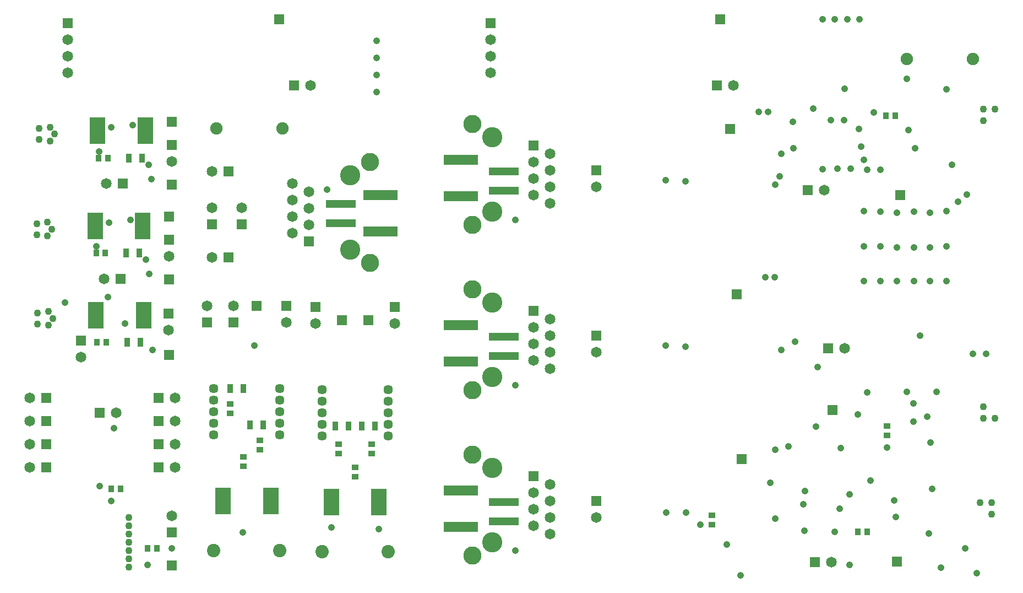
<source format=gbs>
%FSAX44Y44*%
%MOMM*%
G71*
G01*
G75*
G04 Layer_Color=16711935*
%ADD10R,2.0000X2.0000*%
%ADD11R,0.9652X0.8128*%
%ADD12R,9.8000X10.7000*%
%ADD13R,4.1000X1.1000*%
%ADD14R,0.2500X0.6000*%
%ADD15R,0.6000X0.2500*%
%ADD16R,3.1000X3.1000*%
%ADD17R,0.8000X0.8000*%
%ADD18O,0.2500X0.7000*%
%ADD19O,0.7000X0.2500*%
%ADD20R,1.5000X1.5000*%
%ADD21R,1.5000X0.2500*%
%ADD22R,0.8128X0.9652*%
%ADD23R,0.8128X0.9652*%
%ADD24R,4.0000X2.3000*%
%ADD25R,3.5560X0.6350*%
%ADD26R,2.7940X0.6350*%
%ADD27R,10.1600X10.1600*%
%ADD28R,2.8000X2.0000*%
%ADD29C,0.2032*%
%ADD30C,1.2700*%
%ADD31C,0.5080*%
%ADD32C,0.2540*%
%ADD33R,0.9652X0.8128*%
%ADD34R,2.6000X2.6000*%
%ADD35O,0.2000X0.8000*%
%ADD36O,0.8000X0.2000*%
%ADD37R,3.0000X3.0000*%
%ADD38O,2.5000X0.7000*%
%ADD39O,0.9500X0.9652*%
%ADD40C,1.7526*%
%ADD41C,0.9500*%
%ADD42C,1.5000*%
%ADD43R,1.5000X1.5000*%
%ADD44C,1.2954*%
%ADD45C,1.9050*%
%ADD46C,1.5000*%
%ADD47C,2.6500*%
%ADD48R,1.5000X1.5000*%
%ADD49C,2.9500*%
%ADD50C,0.7500*%
%ADD51C,0.8890*%
%ADD52C,1.0160*%
%ADD53R,1.6510X1.6510*%
%ADD54R,3.0480X3.0480*%
%ADD55C,1.3128*%
%ADD56C,1.9128*%
%ADD57C,1.7128*%
%ADD58C,1.4732*%
%ADD59C,2.0320*%
%ADD60C,1.7128*%
%ADD61C,2.4128*%
%ADD62C,4.0628*%
G04:AMPARAMS|DCode=63|XSize=2.678mm|YSize=2.678mm|CornerRadius=0mm|HoleSize=0mm|Usage=FLASHONLY|Rotation=0.000|XOffset=0mm|YOffset=0mm|HoleType=Round|Shape=Relief|Width=0.381mm|Gap=0.381mm|Entries=4|*
%AMTHD63*
7,0,0,2.6780,1.9160,0.3810,45*
%
%ADD63THD63*%
%ADD64C,1.1128*%
G04:AMPARAMS|DCode=65|XSize=2.1082mm|YSize=2.1082mm|CornerRadius=0mm|HoleSize=0mm|Usage=FLASHONLY|Rotation=0.000|XOffset=0mm|YOffset=0mm|HoleType=Round|Shape=Relief|Width=0.381mm|Gap=0.381mm|Entries=4|*
%AMTHD65*
7,0,0,2.1082,1.3462,0.3810,45*
%
%ADD65THD65*%
%ADD66C,1.1430*%
G04:AMPARAMS|DCode=67|XSize=2.878mm|YSize=2.878mm|CornerRadius=0mm|HoleSize=0mm|Usage=FLASHONLY|Rotation=0.000|XOffset=0mm|YOffset=0mm|HoleType=Round|Shape=Relief|Width=0.381mm|Gap=0.381mm|Entries=4|*
%AMTHD67*
7,0,0,2.8780,2.1160,0.3810,45*
%
%ADD67THD67*%
G04:AMPARAMS|DCode=68|XSize=2.278mm|YSize=2.278mm|CornerRadius=0mm|HoleSize=0mm|Usage=FLASHONLY|Rotation=0.000|XOffset=0mm|YOffset=0mm|HoleType=Round|Shape=Relief|Width=0.381mm|Gap=0.381mm|Entries=4|*
%AMTHD68*
7,0,0,2.2780,1.5160,0.3810,45*
%
%ADD68THD68*%
G04:AMPARAMS|DCode=69|XSize=2.4384mm|YSize=2.4384mm|CornerRadius=0mm|HoleSize=0mm|Usage=FLASHONLY|Rotation=0.000|XOffset=0mm|YOffset=0mm|HoleType=Round|Shape=Relief|Width=0.381mm|Gap=0.381mm|Entries=4|*
%AMTHD69*
7,0,0,2.4384,1.6764,0.3810,45*
%
%ADD69THD69*%
G04:AMPARAMS|DCode=70|XSize=2.9972mm|YSize=2.9972mm|CornerRadius=0mm|HoleSize=0mm|Usage=FLASHONLY|Rotation=0.000|XOffset=0mm|YOffset=0mm|HoleType=Round|Shape=Relief|Width=0.381mm|Gap=0.381mm|Entries=4|*
%AMTHD70*
7,0,0,2.9972,2.2352,0.3810,45*
%
%ADD70THD70*%
%ADD71R,2.3000X4.0000*%
%ADD72R,0.8128X1.2700*%
%ADD73R,5.1000X1.5000*%
%ADD74R,4.5000X1.0000*%
%ADD75C,0.2500*%
%ADD76C,0.2000*%
%ADD77C,0.1270*%
%ADD78C,0.1524*%
%ADD79R,9.0000X10.9000*%
%ADD80R,0.4000X3.3000*%
%ADD81R,3.3000X0.4000*%
%ADD82R,3.3000X0.3500*%
%ADD83R,0.3500X3.3000*%
%ADD84R,1.0000X0.2000*%
%ADD85R,0.2000X1.0000*%
%ADD86R,1.7000X0.1750*%
%ADD87R,0.1750X1.7000*%
%ADD88R,1.7000X0.1500*%
%ADD89R,0.1500X1.7000*%
%ADD90R,2.8000X0.6000*%
%ADD91R,0.6000X2.8000*%
%ADD92R,2.8000X0.4000*%
%ADD93R,0.4000X2.8000*%
%ADD94R,0.4000X3.2000*%
%ADD95R,3.2000X0.4000*%
%ADD96R,3.2000X0.3000*%
%ADD97R,0.3000X3.2000*%
%ADD98R,2.1500X2.1500*%
%ADD99R,1.1152X0.9628*%
%ADD100R,4.2500X1.2500*%
%ADD101R,0.4000X0.7500*%
%ADD102R,0.7500X0.4000*%
%ADD103O,0.4000X0.8500*%
%ADD104O,0.8500X0.4000*%
%ADD105R,1.6500X0.4000*%
%ADD106R,0.9628X1.1152*%
%ADD107R,0.9628X1.1152*%
%ADD108R,4.1500X2.4500*%
%ADD109R,3.7060X0.7850*%
%ADD110R,2.9440X0.7850*%
%ADD111R,10.3100X10.3100*%
%ADD112R,2.9500X2.1500*%
%ADD113R,1.1152X0.9628*%
%ADD114O,0.3500X0.9500*%
%ADD115O,0.9500X0.3500*%
%ADD116O,2.6500X0.8500*%
%ADD117O,1.1000X1.1152*%
%ADD118C,1.9026*%
%ADD119C,1.1000*%
%ADD120R,1.6500X1.6500*%
%ADD121C,1.6500*%
%ADD122R,1.6500X1.6500*%
%ADD123C,1.4454*%
%ADD124C,2.0550*%
%ADD125C,1.6500*%
%ADD126C,2.8000*%
%ADD127R,1.6500X1.6500*%
%ADD128C,3.1000*%
%ADD129C,1.0390*%
%ADD130R,2.4500X4.1500*%
%ADD131R,0.9628X1.4200*%
%ADD132R,5.2500X1.6500*%
%ADD133R,4.6500X1.1500*%
D99*
X00641350Y00480822D02*
D03*
Y00466598D02*
D03*
X00615950Y00455422D02*
D03*
Y00441198D02*
D03*
X00595630Y00536702D02*
D03*
Y00522478D02*
D03*
X00762000Y00460248D02*
D03*
Y00474472D02*
D03*
X00812800Y00460248D02*
D03*
Y00474472D02*
D03*
X00787400Y00424688D02*
D03*
Y00438912D02*
D03*
D106*
X00392938Y00914400D02*
D03*
X00407162D02*
D03*
X00390398Y00631190D02*
D03*
X00404622D02*
D03*
X00389128Y00768350D02*
D03*
X00403352D02*
D03*
D107*
X00412496Y00406400D02*
D03*
X00426720D02*
D03*
X00468376Y00314960D02*
D03*
X00482600D02*
D03*
X01617660Y00979170D02*
D03*
X01603436D02*
D03*
X01574480Y00340360D02*
D03*
X01560256D02*
D03*
D113*
X01604960Y00502920D02*
D03*
Y00488696D02*
D03*
X01335720Y00365760D02*
D03*
Y00351536D02*
D03*
D117*
X00439420Y00285750D02*
D03*
Y00298450D02*
D03*
Y00311150D02*
D03*
Y00323850D02*
D03*
Y00336550D02*
D03*
Y00349250D02*
D03*
Y00361950D02*
D03*
D118*
X00574040Y00960120D02*
D03*
X00675640D02*
D03*
X01635440Y01066800D02*
D03*
X01737040D02*
D03*
D119*
X00322580Y00668020D02*
D03*
X00299024Y00676351D02*
D03*
X00315526Y00678670D02*
D03*
X00299024Y00659689D02*
D03*
X00315526Y00657370D02*
D03*
X00321310Y00805180D02*
D03*
X00297754Y00813511D02*
D03*
X00314256Y00815830D02*
D03*
X00297754Y00796849D02*
D03*
X00314256Y00794530D02*
D03*
X00325120Y00951230D02*
D03*
X00301564Y00959561D02*
D03*
X00318066Y00961880D02*
D03*
X00301564Y00942899D02*
D03*
X00318066Y00940580D02*
D03*
X01766339Y00366941D02*
D03*
Y00384899D02*
D03*
X01748381D02*
D03*
X01753461Y00532219D02*
D03*
Y00514261D02*
D03*
X01771419D02*
D03*
Y00989419D02*
D03*
X01753461D02*
D03*
Y00971461D02*
D03*
D120*
X00430530Y00875030D02*
D03*
X00426720Y00728980D02*
D03*
X00593090Y00894080D02*
D03*
Y00762000D02*
D03*
X00693420Y01026160D02*
D03*
X00394970Y00523240D02*
D03*
X00807720Y00665480D02*
D03*
X00767080D02*
D03*
X00505460Y00288290D02*
D03*
X00485140Y00546100D02*
D03*
Y00510540D02*
D03*
Y00474980D02*
D03*
Y00439420D02*
D03*
X00312420Y00510540D02*
D03*
Y00546100D02*
D03*
Y00439420D02*
D03*
Y00474980D02*
D03*
X01483040Y00864870D02*
D03*
X01343340Y01026160D02*
D03*
X01625280Y00857250D02*
D03*
X01514790Y00622300D02*
D03*
X01494724Y00293370D02*
D03*
X01620200Y00294640D02*
D03*
D121*
X00405130Y00875030D02*
D03*
X00505460Y00909320D02*
D03*
X00401320Y00728980D02*
D03*
X00501650Y00763270D02*
D03*
X00567690Y00894080D02*
D03*
Y00762000D02*
D03*
Y00838200D02*
D03*
X00613410D02*
D03*
X00365760Y00608330D02*
D03*
X00500380Y00650240D02*
D03*
X00718820Y01026160D02*
D03*
X00420370Y00523240D02*
D03*
X00345440Y01096010D02*
D03*
Y01070610D02*
D03*
Y01045210D02*
D03*
X00560070Y00687070D02*
D03*
X00600710D02*
D03*
X00681990Y00661670D02*
D03*
X00726440Y00660400D02*
D03*
X00848360D02*
D03*
X00505460Y00364490D02*
D03*
X00510540Y00546100D02*
D03*
Y00510540D02*
D03*
Y00474980D02*
D03*
Y00439420D02*
D03*
X00287020Y00510540D02*
D03*
Y00546100D02*
D03*
Y00439420D02*
D03*
Y00474980D02*
D03*
X01508440Y00864870D02*
D03*
X01368740Y01026160D02*
D03*
X01157920Y00869950D02*
D03*
Y00615950D02*
D03*
Y00361950D02*
D03*
X01540190Y00622300D02*
D03*
X01520124Y00293370D02*
D03*
X00995360Y01045210D02*
D03*
Y01070610D02*
D03*
Y01096010D02*
D03*
D122*
X00505460Y00934720D02*
D03*
Y00970280D02*
D03*
Y00873760D02*
D03*
X00501650Y00788670D02*
D03*
Y00824230D02*
D03*
X00636270Y00687070D02*
D03*
X00567690Y00812800D02*
D03*
X00613410D02*
D03*
X00501650Y00727710D02*
D03*
X00365760Y00633730D02*
D03*
X00501650Y00612140D02*
D03*
X00500380Y00675640D02*
D03*
X00670560Y01127760D02*
D03*
X00345440Y01121410D02*
D03*
X00560070Y00661670D02*
D03*
X00600710D02*
D03*
X00681990Y00687070D02*
D03*
X00726440Y00685800D02*
D03*
X00848360D02*
D03*
X00505460Y00339090D02*
D03*
X01373820Y00704850D02*
D03*
X01157920Y00895350D02*
D03*
X01363660Y00958850D02*
D03*
X01381440Y00452120D02*
D03*
X01157920Y00641350D02*
D03*
Y00387350D02*
D03*
X01521140Y00527050D02*
D03*
X00995360Y01121410D02*
D03*
X01348420Y01127760D02*
D03*
D123*
X00838200Y00558800D02*
D03*
X00736600D02*
D03*
X00838200Y00541020D02*
D03*
X00736600D02*
D03*
X00838200Y00523240D02*
D03*
X00736600D02*
D03*
X00838200Y00505460D02*
D03*
X00736600D02*
D03*
X00838200Y00487680D02*
D03*
X00736600D02*
D03*
X00671830Y00560070D02*
D03*
X00570230D02*
D03*
X00671830Y00542290D02*
D03*
X00570230D02*
D03*
X00671830Y00524510D02*
D03*
X00570230D02*
D03*
X00671830Y00506730D02*
D03*
X00570230D02*
D03*
X00671830Y00488950D02*
D03*
X00570230D02*
D03*
D124*
X00838200Y00309880D02*
D03*
X00736600D02*
D03*
X00671830Y00311150D02*
D03*
X00570230D02*
D03*
D125*
X00691118Y00875072D02*
D03*
Y00798872D02*
D03*
X00716518Y00862372D02*
D03*
X00691118Y00849672D02*
D03*
Y00824272D02*
D03*
X00716518Y00836972D02*
D03*
Y00811572D02*
D03*
X01087308Y00844550D02*
D03*
Y00920750D02*
D03*
X01061908Y00857250D02*
D03*
X01087308Y00869950D02*
D03*
Y00895350D02*
D03*
X01061908Y00882650D02*
D03*
Y00908050D02*
D03*
Y00654050D02*
D03*
Y00628650D02*
D03*
X01087308Y00641350D02*
D03*
Y00615950D02*
D03*
X01061908Y00603250D02*
D03*
X01087308Y00666750D02*
D03*
Y00590550D02*
D03*
X01061908Y00400050D02*
D03*
Y00374650D02*
D03*
X01087308Y00387350D02*
D03*
Y00361950D02*
D03*
X01061908Y00349250D02*
D03*
X01087308Y00412750D02*
D03*
Y00336550D02*
D03*
D126*
X00810498Y00753152D02*
D03*
Y00908092D02*
D03*
X00967928Y00966470D02*
D03*
Y00811530D02*
D03*
Y00557530D02*
D03*
Y00712470D02*
D03*
Y00303530D02*
D03*
Y00458470D02*
D03*
D127*
X00716518Y00786172D02*
D03*
X01061908Y00933450D02*
D03*
Y00679450D02*
D03*
Y00425450D02*
D03*
D128*
X00780018Y00773472D02*
D03*
Y00887772D02*
D03*
X00998408Y00946150D02*
D03*
Y00831850D02*
D03*
Y00577850D02*
D03*
Y00692150D02*
D03*
Y00323850D02*
D03*
Y00438150D02*
D03*
D129*
X00820420Y01094460D02*
D03*
Y01068307D02*
D03*
Y01016000D02*
D03*
X00474472Y00882142D02*
D03*
X00412750Y00961390D02*
D03*
X00393700Y00924560D02*
D03*
X00445770Y00965200D02*
D03*
X00469900Y00904240D02*
D03*
X00476250Y00619760D02*
D03*
X00433361Y00660109D02*
D03*
X00407670Y00701040D02*
D03*
X00341630Y00692150D02*
D03*
X00416560Y00499110D02*
D03*
X00394970Y00410210D02*
D03*
X00468630Y00289560D02*
D03*
X00505460Y00314960D02*
D03*
X00744220Y00865900D02*
D03*
X00614680Y00339090D02*
D03*
X00632460Y00626110D02*
D03*
X00823900Y00344500D02*
D03*
X00750900Y00347040D02*
D03*
X00820420Y01042153D02*
D03*
X00408940Y00815340D02*
D03*
X00441960Y00819150D02*
D03*
X00389890Y00778510D02*
D03*
X00466090Y00758190D02*
D03*
X00470662Y00736092D02*
D03*
X00412496Y00387604D02*
D03*
X01533840Y00468630D02*
D03*
X01505900Y00896874D02*
D03*
X01569400Y00911860D02*
D03*
X01549080Y00897890D02*
D03*
X01528760D02*
D03*
X01538920Y00972820D02*
D03*
X01518600D02*
D03*
X01491930Y00990600D02*
D03*
X01453830Y00471170D02*
D03*
X01433510Y00466090D02*
D03*
X01460180Y00970280D02*
D03*
X01380170Y00273050D02*
D03*
X01358860Y00320320D02*
D03*
X01296350Y00369570D02*
D03*
X01265870D02*
D03*
X01418016Y00731266D02*
D03*
X01432240Y00731520D02*
D03*
X01264600Y00626110D02*
D03*
X01295080Y00624840D02*
D03*
Y00878840D02*
D03*
X01264600Y00880110D02*
D03*
X01425890Y00415290D02*
D03*
X01318194Y00351536D02*
D03*
X01433510Y00360680D02*
D03*
X01422080Y00985520D02*
D03*
X01407856Y00985266D02*
D03*
X01688526Y00285496D02*
D03*
X01547810Y00289560D02*
D03*
X01674810Y00406400D02*
D03*
X01524950Y00340360D02*
D03*
X01725610Y00314960D02*
D03*
X01743390Y00276860D02*
D03*
X01669730Y00337820D02*
D03*
X01618930Y00363220D02*
D03*
X01616390Y00388620D02*
D03*
X01579560Y00419100D02*
D03*
X01547810Y00397510D02*
D03*
X01532570Y00375920D02*
D03*
X01476690Y00382270D02*
D03*
X01477960Y00341630D02*
D03*
X01479230Y00402590D02*
D03*
X01757360Y00613410D02*
D03*
X01737040D02*
D03*
X01655760Y00641350D02*
D03*
X01635440Y00554990D02*
D03*
X01604960Y00469900D02*
D03*
X01672270Y00477520D02*
D03*
X01667190Y00516890D02*
D03*
X01681160Y00554990D02*
D03*
X01645600Y00509270D02*
D03*
Y00537210D02*
D03*
X01560510Y00520700D02*
D03*
X01495740Y00501650D02*
D03*
X01498280Y00593090D02*
D03*
X01575115Y00554355D02*
D03*
X01565590Y00932180D02*
D03*
X01561780Y00958850D02*
D03*
X01584640Y00984250D02*
D03*
X01637980Y00957580D02*
D03*
X01648140Y00929640D02*
D03*
X01696400Y01019810D02*
D03*
X01705290Y00904240D02*
D03*
X01728150Y00858520D02*
D03*
X01714180Y00847090D02*
D03*
X01574480Y00896620D02*
D03*
X01594800D02*
D03*
X01442400Y00920750D02*
D03*
X01439860Y00886460D02*
D03*
X01433510Y00873760D02*
D03*
X01461450Y00929640D02*
D03*
X01442400Y00619760D02*
D03*
X01463990Y00632460D02*
D03*
X01594800Y00831850D02*
D03*
Y00778510D02*
D03*
Y00725170D02*
D03*
X01671000Y00830580D02*
D03*
Y00777240D02*
D03*
Y00725170D02*
D03*
X01646870Y00831850D02*
D03*
Y00777240D02*
D03*
Y00725170D02*
D03*
X01569400Y00833120D02*
D03*
Y00778510D02*
D03*
Y00725170D02*
D03*
X01696400D02*
D03*
Y00778510D02*
D03*
X01620200Y00725170D02*
D03*
Y00777240D02*
D03*
Y00830580D02*
D03*
X01696400Y00833120D02*
D03*
X01635440Y01036320D02*
D03*
X01540190Y01021080D02*
D03*
X01563050Y01127760D02*
D03*
X01544000D02*
D03*
X01524950D02*
D03*
X01505900D02*
D03*
X01033460Y00819150D02*
D03*
Y00565150D02*
D03*
Y00311150D02*
D03*
D130*
X00391490Y00956310D02*
D03*
X00464490D02*
D03*
X00460680Y00810260D02*
D03*
X00387680D02*
D03*
X00461950Y00673100D02*
D03*
X00388950D02*
D03*
X00657530Y00387350D02*
D03*
X00584530D02*
D03*
X00750900Y00386080D02*
D03*
X00823900D02*
D03*
D131*
X00459740Y00914400D02*
D03*
X00439420D02*
D03*
X00646430Y00504190D02*
D03*
X00626110D02*
D03*
X00595630Y00560070D02*
D03*
X00615950D02*
D03*
X00436880Y00631190D02*
D03*
X00457200D02*
D03*
X00435610Y00768350D02*
D03*
X00455930D02*
D03*
X00797560Y00502920D02*
D03*
X00817880D02*
D03*
X00777240D02*
D03*
X00756920D02*
D03*
D132*
X00826770Y00857310D02*
D03*
Y00801310D02*
D03*
X00949640Y00403920D02*
D03*
Y00347920D02*
D03*
Y00657920D02*
D03*
Y00601920D02*
D03*
Y00911920D02*
D03*
Y00855920D02*
D03*
D133*
X00765810Y00844310D02*
D03*
Y00814310D02*
D03*
X01015680Y00355840D02*
D03*
Y00385840D02*
D03*
Y00609840D02*
D03*
Y00639840D02*
D03*
Y00863840D02*
D03*
Y00893840D02*
D03*
M02*

</source>
